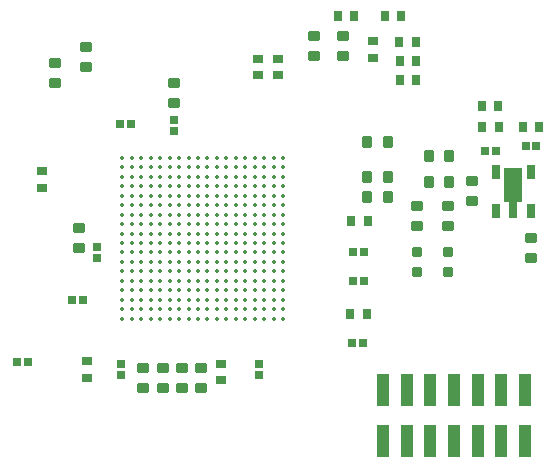
<source format=gtp>
G04*
G04 #@! TF.GenerationSoftware,Altium Limited,Altium Designer,23.2.1 (34)*
G04*
G04 Layer_Color=8421504*
%FSLAX45Y45*%
%MOMM*%
G71*
G04*
G04 #@! TF.SameCoordinates,ADC88703-2645-4175-AC7A-3A7664539AE9*
G04*
G04*
G04 #@! TF.FilePolarity,Positive*
G04*
G01*
G75*
%ADD18R,1.62079X2.92667*%
%ADD19R,0.68000X1.20000*%
G04:AMPARAMS|DCode=20|XSize=1mm|YSize=0.9mm|CornerRadius=0.1125mm|HoleSize=0mm|Usage=FLASHONLY|Rotation=270.000|XOffset=0mm|YOffset=0mm|HoleType=Round|Shape=RoundedRectangle|*
%AMROUNDEDRECTD20*
21,1,1.00000,0.67500,0,0,270.0*
21,1,0.77500,0.90000,0,0,270.0*
1,1,0.22500,-0.33750,-0.38750*
1,1,0.22500,-0.33750,0.38750*
1,1,0.22500,0.33750,0.38750*
1,1,0.22500,0.33750,-0.38750*
%
%ADD20ROUNDEDRECTD20*%
G04:AMPARAMS|DCode=21|XSize=1mm|YSize=0.9mm|CornerRadius=0.1125mm|HoleSize=0mm|Usage=FLASHONLY|Rotation=180.000|XOffset=0mm|YOffset=0mm|HoleType=Round|Shape=RoundedRectangle|*
%AMROUNDEDRECTD21*
21,1,1.00000,0.67500,0,0,180.0*
21,1,0.77500,0.90000,0,0,180.0*
1,1,0.22500,-0.38750,0.33750*
1,1,0.22500,0.38750,0.33750*
1,1,0.22500,0.38750,-0.33750*
1,1,0.22500,-0.38750,-0.33750*
%
%ADD21ROUNDEDRECTD21*%
%ADD22R,0.92000X0.64000*%
%ADD23R,0.64000X0.64000*%
%ADD24R,1.00000X2.75000*%
%ADD25C,0.35000*%
%ADD26R,0.64000X0.64000*%
%ADD27R,0.75000X0.95000*%
G04:AMPARAMS|DCode=28|XSize=0.8mm|YSize=0.8mm|CornerRadius=0.1mm|HoleSize=0mm|Usage=FLASHONLY|Rotation=270.000|XOffset=0mm|YOffset=0mm|HoleType=Round|Shape=RoundedRectangle|*
%AMROUNDEDRECTD28*
21,1,0.80000,0.60000,0,0,270.0*
21,1,0.60000,0.80000,0,0,270.0*
1,1,0.20000,-0.30000,-0.30000*
1,1,0.20000,-0.30000,0.30000*
1,1,0.20000,0.30000,0.30000*
1,1,0.20000,0.30000,-0.30000*
%
%ADD28ROUNDEDRECTD28*%
%ADD29R,0.95000X0.75000*%
G36*
X13303999Y7248920D02*
X13236000D01*
Y7673920D01*
X13303999D01*
Y7248920D01*
D02*
G37*
D18*
X13271039Y7527753D02*
D03*
D19*
X13120000Y7308920D02*
D03*
X13420000D02*
D03*
Y7638920D02*
D03*
X13120000D02*
D03*
D20*
X12035000Y7433132D02*
D03*
X12205000D02*
D03*
X12035000Y7896570D02*
D03*
X12205000D02*
D03*
X12035000Y7602159D02*
D03*
X12205000D02*
D03*
X12725000Y7560000D02*
D03*
X12555000D02*
D03*
X12725000Y7774000D02*
D03*
X12555000D02*
D03*
D21*
X11579333Y8790072D02*
D03*
Y8620072D02*
D03*
X11823868Y8792006D02*
D03*
Y8622006D02*
D03*
X10624820Y5808920D02*
D03*
Y5978920D02*
D03*
X10138525Y5809754D02*
D03*
Y5979754D02*
D03*
X10463432Y5808920D02*
D03*
Y5978920D02*
D03*
X10301549Y5808920D02*
D03*
Y5978920D02*
D03*
X12920000Y7397840D02*
D03*
Y7567840D02*
D03*
X13420000Y6915000D02*
D03*
Y7085000D02*
D03*
X10400000Y8398395D02*
D03*
Y8228395D02*
D03*
X12452503Y7184395D02*
D03*
Y7354395D02*
D03*
X12720000Y7184395D02*
D03*
Y7354395D02*
D03*
X9652499Y8526601D02*
D03*
Y8696601D02*
D03*
X9596649Y6995000D02*
D03*
Y7165000D02*
D03*
X9392920Y8396060D02*
D03*
Y8566060D02*
D03*
D22*
X12079036Y8753507D02*
D03*
Y8607507D02*
D03*
D23*
X9945380Y6015502D02*
D03*
Y5923502D02*
D03*
X11120000Y5919891D02*
D03*
Y6011891D02*
D03*
X10393680Y7991760D02*
D03*
Y8083760D02*
D03*
X9747785Y6914000D02*
D03*
Y7006000D02*
D03*
D24*
X12167500Y5367380D02*
D03*
X12367500D02*
D03*
Y5793380D02*
D03*
X12567500Y5367380D02*
D03*
Y5793380D02*
D03*
X12767500Y5367380D02*
D03*
Y5793380D02*
D03*
X12967500Y5367380D02*
D03*
Y5793380D02*
D03*
X13167500Y5367380D02*
D03*
Y5793380D02*
D03*
X13367500Y5367380D02*
D03*
Y5793380D02*
D03*
X12167500D02*
D03*
D25*
X10200000Y7760000D02*
D03*
X11320000Y6400000D02*
D03*
X11240000D02*
D03*
X11160000D02*
D03*
X11080000D02*
D03*
X11000000D02*
D03*
X10920000D02*
D03*
X10840000D02*
D03*
X10760000D02*
D03*
X10680000D02*
D03*
X10600000D02*
D03*
X10520000D02*
D03*
X10440000D02*
D03*
X10360000D02*
D03*
X10280000D02*
D03*
X10200000D02*
D03*
X10120000D02*
D03*
X10040000D02*
D03*
X9960000D02*
D03*
X11320000Y6480000D02*
D03*
X11240000D02*
D03*
X11160000D02*
D03*
X11080000D02*
D03*
X11000000D02*
D03*
X10920000D02*
D03*
X10840000D02*
D03*
X10760000D02*
D03*
X10680000D02*
D03*
X10600000D02*
D03*
X10520000D02*
D03*
X10440000D02*
D03*
X10360000D02*
D03*
X10280000D02*
D03*
X10200000D02*
D03*
X10120000D02*
D03*
X10040000D02*
D03*
X9960000D02*
D03*
X11320000Y6560000D02*
D03*
X11240000D02*
D03*
X11160000D02*
D03*
X11080000D02*
D03*
X11000000D02*
D03*
X10920000D02*
D03*
X10840000D02*
D03*
X10760000D02*
D03*
X10680000D02*
D03*
X10600000D02*
D03*
X10520000D02*
D03*
X10440000D02*
D03*
X10360000D02*
D03*
X10280000D02*
D03*
X10200000D02*
D03*
X10120000D02*
D03*
X10040000D02*
D03*
X9960000D02*
D03*
X11320000Y6640000D02*
D03*
X11240000D02*
D03*
X11160000D02*
D03*
X11080000D02*
D03*
X11000000D02*
D03*
X10920000D02*
D03*
X10840000D02*
D03*
X10760000D02*
D03*
X10680000D02*
D03*
X10600000D02*
D03*
X10520000D02*
D03*
X10440000D02*
D03*
X10360000D02*
D03*
X10280000D02*
D03*
X10200000D02*
D03*
X10120000D02*
D03*
X10040000D02*
D03*
X9960000D02*
D03*
X11320000Y6720000D02*
D03*
X11240000D02*
D03*
X11160000D02*
D03*
X11080000D02*
D03*
X11000000D02*
D03*
X10920000D02*
D03*
X10840000D02*
D03*
X10760000D02*
D03*
X10680000D02*
D03*
X10600000D02*
D03*
X10520000D02*
D03*
X10440000D02*
D03*
X10360000D02*
D03*
X10280000D02*
D03*
X10200000D02*
D03*
X10120000D02*
D03*
X10040000D02*
D03*
X9960000D02*
D03*
X11320000Y6800000D02*
D03*
X11240000D02*
D03*
X11160000D02*
D03*
X11080000D02*
D03*
X11000000D02*
D03*
X10920000D02*
D03*
X10840000D02*
D03*
X10760000D02*
D03*
X10680000D02*
D03*
X10600000D02*
D03*
X10520000D02*
D03*
X10440000D02*
D03*
X10360000D02*
D03*
X10280000D02*
D03*
X10200000D02*
D03*
X10120000D02*
D03*
X10040000D02*
D03*
X9960000D02*
D03*
X11320000Y6880000D02*
D03*
X11240000D02*
D03*
X11160000D02*
D03*
X11080000D02*
D03*
X11000000D02*
D03*
X10920000D02*
D03*
X10840000D02*
D03*
X10760000D02*
D03*
X10680000D02*
D03*
X10600000D02*
D03*
X10520000D02*
D03*
X10440000D02*
D03*
X10360000D02*
D03*
X10280000D02*
D03*
X10200000D02*
D03*
X10120000D02*
D03*
X10040000D02*
D03*
X9960000D02*
D03*
X11320000Y6960000D02*
D03*
X11240000D02*
D03*
X11160000D02*
D03*
X11080000D02*
D03*
X11000000D02*
D03*
X10920000D02*
D03*
X10840000D02*
D03*
X10760000D02*
D03*
X10680000D02*
D03*
X10600000D02*
D03*
X10520000D02*
D03*
X10440000D02*
D03*
X10360000D02*
D03*
X10280000D02*
D03*
X10200000D02*
D03*
X10120000D02*
D03*
X10040000D02*
D03*
X9960000D02*
D03*
X11320000Y7040000D02*
D03*
X11240000D02*
D03*
X11160000D02*
D03*
X11080000D02*
D03*
X11000000D02*
D03*
X10920000D02*
D03*
X10840000D02*
D03*
X10760000D02*
D03*
X10680000D02*
D03*
X10600000D02*
D03*
X10520000D02*
D03*
X10440000D02*
D03*
X10360000D02*
D03*
X10280000D02*
D03*
X10200000D02*
D03*
X10120000D02*
D03*
X10040000D02*
D03*
X9960000D02*
D03*
X11320000Y7120000D02*
D03*
X11240000D02*
D03*
X11160000D02*
D03*
X11080000D02*
D03*
X11000000D02*
D03*
X10920000D02*
D03*
X10840000D02*
D03*
X10760000D02*
D03*
X10680000D02*
D03*
X10600000D02*
D03*
X10520000D02*
D03*
X10440000D02*
D03*
X10360000D02*
D03*
X10280000D02*
D03*
X10200000D02*
D03*
X10120000D02*
D03*
X10040000D02*
D03*
X9960000D02*
D03*
X11320000Y7200000D02*
D03*
X11240000D02*
D03*
X11160000D02*
D03*
X11080000D02*
D03*
X11000000D02*
D03*
X10920000D02*
D03*
X10840000D02*
D03*
X10760000D02*
D03*
X10680000D02*
D03*
X10600000D02*
D03*
X10520000D02*
D03*
X10440000D02*
D03*
X10360000D02*
D03*
X10280000D02*
D03*
X10200000D02*
D03*
X10120000D02*
D03*
X10040000D02*
D03*
X9960000D02*
D03*
X11320000Y7280000D02*
D03*
X11240000D02*
D03*
X11160000D02*
D03*
X11080000D02*
D03*
X11000000D02*
D03*
X10920000D02*
D03*
X10840000D02*
D03*
X10760000D02*
D03*
X10680000D02*
D03*
X10600000D02*
D03*
X10520000D02*
D03*
X10440000D02*
D03*
X10360000D02*
D03*
X10280000D02*
D03*
X10200000D02*
D03*
X10120000D02*
D03*
X10040000D02*
D03*
X9960000D02*
D03*
X11320000Y7360000D02*
D03*
X11240000D02*
D03*
X11160000D02*
D03*
X11080000D02*
D03*
X11000000D02*
D03*
X10920000D02*
D03*
X10840000D02*
D03*
X10760000D02*
D03*
X10680000D02*
D03*
X10600000D02*
D03*
X10520000D02*
D03*
X10440000D02*
D03*
X10360000D02*
D03*
X10280000D02*
D03*
X10200000D02*
D03*
X10120000D02*
D03*
X10040000D02*
D03*
X9960000D02*
D03*
X11320000Y7440000D02*
D03*
X11240000D02*
D03*
X11160000D02*
D03*
X11080000D02*
D03*
X11000000D02*
D03*
X10920000D02*
D03*
X10840000D02*
D03*
X10760000D02*
D03*
X10680000D02*
D03*
X10600000D02*
D03*
X10520000D02*
D03*
X10440000D02*
D03*
X10360000D02*
D03*
X10280000D02*
D03*
X10200000D02*
D03*
X10120000D02*
D03*
X10040000D02*
D03*
X9960000D02*
D03*
X11320000Y7520000D02*
D03*
X11240000D02*
D03*
X11160000D02*
D03*
X11080000D02*
D03*
X11000000D02*
D03*
X10920000D02*
D03*
X10840000D02*
D03*
X10760000D02*
D03*
X10680000D02*
D03*
X10600000D02*
D03*
X10520000D02*
D03*
X10440000D02*
D03*
X10360000D02*
D03*
X10280000D02*
D03*
X10200000D02*
D03*
X10120000D02*
D03*
X10040000D02*
D03*
X9960000D02*
D03*
X11320000Y7600000D02*
D03*
X11240000D02*
D03*
X11160000D02*
D03*
X11080000D02*
D03*
X11000000D02*
D03*
X10920000D02*
D03*
X10840000D02*
D03*
X10760000D02*
D03*
X10680000D02*
D03*
X10600000D02*
D03*
X10520000D02*
D03*
X10440000D02*
D03*
X10360000D02*
D03*
X10280000D02*
D03*
X10200000D02*
D03*
X10120000D02*
D03*
X10040000D02*
D03*
X9960000D02*
D03*
X11320000Y7680000D02*
D03*
X11240000D02*
D03*
X11160000D02*
D03*
X11080000D02*
D03*
X11000000D02*
D03*
X10920000D02*
D03*
X10840000D02*
D03*
X10760000D02*
D03*
X10680000D02*
D03*
X10600000D02*
D03*
X10520000D02*
D03*
X10440000D02*
D03*
X10360000D02*
D03*
X10280000D02*
D03*
X10200000D02*
D03*
X10120000D02*
D03*
X10040000D02*
D03*
X9960000D02*
D03*
X11320000Y7760000D02*
D03*
X11240000D02*
D03*
X11160000D02*
D03*
X11080000D02*
D03*
X11000000D02*
D03*
X10920000D02*
D03*
X10840000D02*
D03*
X10760000D02*
D03*
X10680000D02*
D03*
X10600000D02*
D03*
X10520000D02*
D03*
X10440000D02*
D03*
X10360000D02*
D03*
X10280000D02*
D03*
X10120000D02*
D03*
X10040000D02*
D03*
X9960000D02*
D03*
D26*
X13125999Y7816568D02*
D03*
X13034000D02*
D03*
X13374001Y7862858D02*
D03*
X13466000D02*
D03*
X9530600Y6560000D02*
D03*
X9622600D02*
D03*
X12001780Y6720000D02*
D03*
X11909780D02*
D03*
X10029431Y8047002D02*
D03*
X9937431D02*
D03*
X9068000Y6033920D02*
D03*
X9160000D02*
D03*
X11996779Y6194893D02*
D03*
X11904779D02*
D03*
X12006000Y6960000D02*
D03*
X11914000D02*
D03*
D27*
X13144852Y8021443D02*
D03*
X13004851D02*
D03*
X13143294Y8199805D02*
D03*
X13003294D02*
D03*
X13350000Y8021443D02*
D03*
X13489999D02*
D03*
X11922499Y8960000D02*
D03*
X11782499D02*
D03*
X12320000D02*
D03*
X12180000D02*
D03*
X12030000Y6440000D02*
D03*
X11890000D02*
D03*
X12039056Y7226568D02*
D03*
X11899056D02*
D03*
X12449481Y8420990D02*
D03*
X12309481D02*
D03*
X12448546Y8579038D02*
D03*
X12308546D02*
D03*
X12445229Y8739380D02*
D03*
X12305229D02*
D03*
D28*
X12452503Y6795000D02*
D03*
Y6965000D02*
D03*
X12720000Y6795000D02*
D03*
Y6965000D02*
D03*
D29*
X10795000Y5878680D02*
D03*
Y6018680D02*
D03*
X9280000Y7506568D02*
D03*
Y7646568D02*
D03*
X9656395Y5898368D02*
D03*
Y6038368D02*
D03*
X11274478Y8600000D02*
D03*
Y8460000D02*
D03*
X11110986Y8600000D02*
D03*
Y8460000D02*
D03*
M02*

</source>
